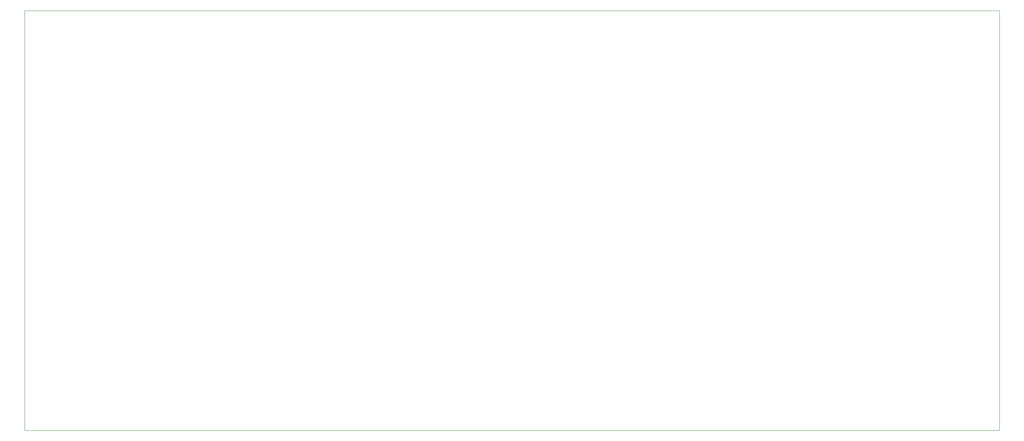
<source format=gbr>
%TF.GenerationSoftware,KiCad,Pcbnew,(6.0.2)*%
%TF.CreationDate,2022-08-09T18:47:36+09:00*%
%TF.ProjectId,dash,64617368-2e6b-4696-9361-645f70636258,rev?*%
%TF.SameCoordinates,Original*%
%TF.FileFunction,Profile,NP*%
%FSLAX46Y46*%
G04 Gerber Fmt 4.6, Leading zero omitted, Abs format (unit mm)*
G04 Created by KiCad (PCBNEW (6.0.2)) date 2022-08-09 18:47:36*
%MOMM*%
%LPD*%
G01*
G04 APERTURE LIST*
%TA.AperFunction,Profile*%
%ADD10C,0.100000*%
%TD*%
G04 APERTURE END LIST*
D10*
X241640000Y-94650000D02*
X16550000Y-94650000D01*
X16550000Y-94650000D02*
X16550000Y-191640000D01*
X16550000Y-191640000D02*
X241640000Y-191640000D01*
X241640000Y-191640000D02*
X241640000Y-94650000D01*
M02*

</source>
